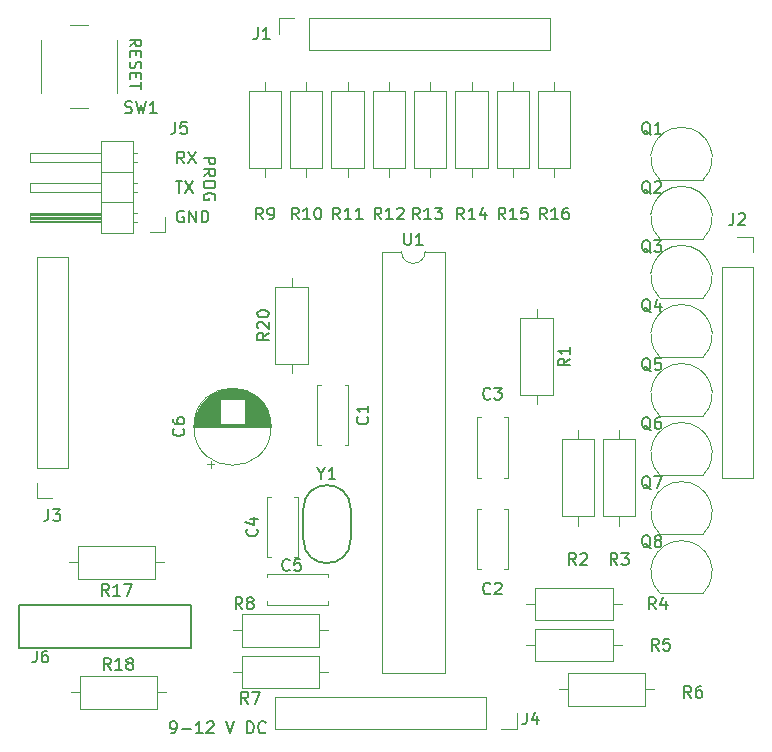
<source format=gbr>
%TF.GenerationSoftware,KiCad,Pcbnew,(5.1.6)-1*%
%TF.CreationDate,2020-05-26T20:54:03-04:00*%
%TF.ProjectId,ArduinoLife2-CPU,41726475-696e-46f4-9c69-6665322d4350,rev?*%
%TF.SameCoordinates,Original*%
%TF.FileFunction,Legend,Top*%
%TF.FilePolarity,Positive*%
%FSLAX46Y46*%
G04 Gerber Fmt 4.6, Leading zero omitted, Abs format (unit mm)*
G04 Created by KiCad (PCBNEW (5.1.6)-1) date 2020-05-26 20:54:03*
%MOMM*%
%LPD*%
G01*
G04 APERTURE LIST*
%ADD10C,0.150000*%
%ADD11C,0.120000*%
G04 APERTURE END LIST*
D10*
X110942738Y-89452380D02*
X111514166Y-89452380D01*
X111228452Y-90452380D02*
X111228452Y-89452380D01*
X111752261Y-89452380D02*
X112418928Y-90452380D01*
X112418928Y-89452380D02*
X111752261Y-90452380D01*
X111657023Y-87952380D02*
X111323690Y-87476190D01*
X111085595Y-87952380D02*
X111085595Y-86952380D01*
X111466547Y-86952380D01*
X111561785Y-87000000D01*
X111609404Y-87047619D01*
X111657023Y-87142857D01*
X111657023Y-87285714D01*
X111609404Y-87380952D01*
X111561785Y-87428571D01*
X111466547Y-87476190D01*
X111085595Y-87476190D01*
X111990357Y-86952380D02*
X112657023Y-87952380D01*
X112657023Y-86952380D02*
X111990357Y-87952380D01*
X111609404Y-92000000D02*
X111514166Y-91952380D01*
X111371309Y-91952380D01*
X111228452Y-92000000D01*
X111133214Y-92095238D01*
X111085595Y-92190476D01*
X111037976Y-92380952D01*
X111037976Y-92523809D01*
X111085595Y-92714285D01*
X111133214Y-92809523D01*
X111228452Y-92904761D01*
X111371309Y-92952380D01*
X111466547Y-92952380D01*
X111609404Y-92904761D01*
X111657023Y-92857142D01*
X111657023Y-92523809D01*
X111466547Y-92523809D01*
X112085595Y-92952380D02*
X112085595Y-91952380D01*
X112657023Y-92952380D01*
X112657023Y-91952380D01*
X113133214Y-92952380D02*
X113133214Y-91952380D01*
X113371309Y-91952380D01*
X113514166Y-92000000D01*
X113609404Y-92095238D01*
X113657023Y-92190476D01*
X113704642Y-92380952D01*
X113704642Y-92523809D01*
X113657023Y-92714285D01*
X113609404Y-92809523D01*
X113514166Y-92904761D01*
X113371309Y-92952380D01*
X113133214Y-92952380D01*
X110547619Y-136202380D02*
X110738095Y-136202380D01*
X110833333Y-136154761D01*
X110880952Y-136107142D01*
X110976190Y-135964285D01*
X111023809Y-135773809D01*
X111023809Y-135392857D01*
X110976190Y-135297619D01*
X110928571Y-135250000D01*
X110833333Y-135202380D01*
X110642857Y-135202380D01*
X110547619Y-135250000D01*
X110500000Y-135297619D01*
X110452380Y-135392857D01*
X110452380Y-135630952D01*
X110500000Y-135726190D01*
X110547619Y-135773809D01*
X110642857Y-135821428D01*
X110833333Y-135821428D01*
X110928571Y-135773809D01*
X110976190Y-135726190D01*
X111023809Y-135630952D01*
X111452380Y-135821428D02*
X112214285Y-135821428D01*
X113214285Y-136202380D02*
X112642857Y-136202380D01*
X112928571Y-136202380D02*
X112928571Y-135202380D01*
X112833333Y-135345238D01*
X112738095Y-135440476D01*
X112642857Y-135488095D01*
X113595238Y-135297619D02*
X113642857Y-135250000D01*
X113738095Y-135202380D01*
X113976190Y-135202380D01*
X114071428Y-135250000D01*
X114119047Y-135297619D01*
X114166666Y-135392857D01*
X114166666Y-135488095D01*
X114119047Y-135630952D01*
X113547619Y-136202380D01*
X114166666Y-136202380D01*
X115214285Y-135202380D02*
X115547619Y-136202380D01*
X115880952Y-135202380D01*
X116976190Y-136202380D02*
X116976190Y-135202380D01*
X117214285Y-135202380D01*
X117357142Y-135250000D01*
X117452380Y-135345238D01*
X117500000Y-135440476D01*
X117547619Y-135630952D01*
X117547619Y-135773809D01*
X117500000Y-135964285D01*
X117452380Y-136059523D01*
X117357142Y-136154761D01*
X117214285Y-136202380D01*
X116976190Y-136202380D01*
X118547619Y-136107142D02*
X118500000Y-136154761D01*
X118357142Y-136202380D01*
X118261904Y-136202380D01*
X118119047Y-136154761D01*
X118023809Y-136059523D01*
X117976190Y-135964285D01*
X117928571Y-135773809D01*
X117928571Y-135630952D01*
X117976190Y-135440476D01*
X118023809Y-135345238D01*
X118119047Y-135250000D01*
X118261904Y-135202380D01*
X118357142Y-135202380D01*
X118500000Y-135250000D01*
X118547619Y-135297619D01*
X113297619Y-87464285D02*
X114297619Y-87464285D01*
X114297619Y-87845238D01*
X114250000Y-87940476D01*
X114202380Y-87988095D01*
X114107142Y-88035714D01*
X113964285Y-88035714D01*
X113869047Y-87988095D01*
X113821428Y-87940476D01*
X113773809Y-87845238D01*
X113773809Y-87464285D01*
X113297619Y-89035714D02*
X113773809Y-88702380D01*
X113297619Y-88464285D02*
X114297619Y-88464285D01*
X114297619Y-88845238D01*
X114250000Y-88940476D01*
X114202380Y-88988095D01*
X114107142Y-89035714D01*
X113964285Y-89035714D01*
X113869047Y-88988095D01*
X113821428Y-88940476D01*
X113773809Y-88845238D01*
X113773809Y-88464285D01*
X114297619Y-89654761D02*
X114297619Y-89845238D01*
X114250000Y-89940476D01*
X114154761Y-90035714D01*
X113964285Y-90083333D01*
X113630952Y-90083333D01*
X113440476Y-90035714D01*
X113345238Y-89940476D01*
X113297619Y-89845238D01*
X113297619Y-89654761D01*
X113345238Y-89559523D01*
X113440476Y-89464285D01*
X113630952Y-89416666D01*
X113964285Y-89416666D01*
X114154761Y-89464285D01*
X114250000Y-89559523D01*
X114297619Y-89654761D01*
X114250000Y-91035714D02*
X114297619Y-90940476D01*
X114297619Y-90797619D01*
X114250000Y-90654761D01*
X114154761Y-90559523D01*
X114059523Y-90511904D01*
X113869047Y-90464285D01*
X113726190Y-90464285D01*
X113535714Y-90511904D01*
X113440476Y-90559523D01*
X113345238Y-90654761D01*
X113297619Y-90797619D01*
X113297619Y-90892857D01*
X113345238Y-91035714D01*
X113392857Y-91083333D01*
X113726190Y-91083333D01*
X113726190Y-90892857D01*
X107047619Y-78047619D02*
X107523809Y-77714285D01*
X107047619Y-77476190D02*
X108047619Y-77476190D01*
X108047619Y-77857142D01*
X108000000Y-77952380D01*
X107952380Y-78000000D01*
X107857142Y-78047619D01*
X107714285Y-78047619D01*
X107619047Y-78000000D01*
X107571428Y-77952380D01*
X107523809Y-77857142D01*
X107523809Y-77476190D01*
X107571428Y-78476190D02*
X107571428Y-78809523D01*
X107047619Y-78952380D02*
X107047619Y-78476190D01*
X108047619Y-78476190D01*
X108047619Y-78952380D01*
X107095238Y-79333333D02*
X107047619Y-79476190D01*
X107047619Y-79714285D01*
X107095238Y-79809523D01*
X107142857Y-79857142D01*
X107238095Y-79904761D01*
X107333333Y-79904761D01*
X107428571Y-79857142D01*
X107476190Y-79809523D01*
X107523809Y-79714285D01*
X107571428Y-79523809D01*
X107619047Y-79428571D01*
X107666666Y-79380952D01*
X107761904Y-79333333D01*
X107857142Y-79333333D01*
X107952380Y-79380952D01*
X108000000Y-79428571D01*
X108047619Y-79523809D01*
X108047619Y-79761904D01*
X108000000Y-79904761D01*
X107571428Y-80333333D02*
X107571428Y-80666666D01*
X107047619Y-80809523D02*
X107047619Y-80333333D01*
X108047619Y-80333333D01*
X108047619Y-80809523D01*
X108047619Y-81095238D02*
X108047619Y-81666666D01*
X107047619Y-81380952D02*
X108047619Y-81380952D01*
%TO.C,J6*%
X112250000Y-128950000D02*
X97700000Y-128950000D01*
X112250000Y-125350000D02*
X97700000Y-125350000D01*
X112250000Y-125350000D02*
X112250000Y-128950000D01*
X97700000Y-125350000D02*
X97700000Y-128950000D01*
D11*
%TO.C,R17*%
X109190000Y-123120000D02*
X109190000Y-120380000D01*
X109190000Y-120380000D02*
X102650000Y-120380000D01*
X102650000Y-120380000D02*
X102650000Y-123120000D01*
X102650000Y-123120000D02*
X109190000Y-123120000D01*
X109960000Y-121750000D02*
X109190000Y-121750000D01*
X101880000Y-121750000D02*
X102650000Y-121750000D01*
%TO.C,R18*%
X110120000Y-132750000D02*
X109350000Y-132750000D01*
X102040000Y-132750000D02*
X102810000Y-132750000D01*
X109350000Y-131380000D02*
X102810000Y-131380000D01*
X109350000Y-134120000D02*
X109350000Y-131380000D01*
X102810000Y-134120000D02*
X109350000Y-134120000D01*
X102810000Y-131380000D02*
X102810000Y-134120000D01*
D10*
%TO.C,Y1*%
X121750000Y-117200000D02*
X121750000Y-119800000D01*
X125750000Y-117200000D02*
X125750000Y-119800000D01*
X121750000Y-117200000D02*
G75*
G02*
X125750000Y-117200000I2000000J0D01*
G01*
X125750000Y-119800000D02*
G75*
G02*
X121750000Y-119800000I-2000000J0D01*
G01*
D11*
%TO.C,R1*%
X141500000Y-108370000D02*
X141500000Y-107600000D01*
X141500000Y-100290000D02*
X141500000Y-101060000D01*
X142870000Y-107600000D02*
X142870000Y-101060000D01*
X140130000Y-107600000D02*
X142870000Y-107600000D01*
X140130000Y-101060000D02*
X140130000Y-107600000D01*
X142870000Y-101060000D02*
X140130000Y-101060000D01*
%TO.C,J5*%
X107310000Y-93830000D02*
X107310000Y-86090000D01*
X107310000Y-86090000D02*
X104650000Y-86090000D01*
X104650000Y-86090000D02*
X104650000Y-93830000D01*
X104650000Y-93830000D02*
X107310000Y-93830000D01*
X104650000Y-92880000D02*
X98650000Y-92880000D01*
X98650000Y-92880000D02*
X98650000Y-92120000D01*
X98650000Y-92120000D02*
X104650000Y-92120000D01*
X104650000Y-92820000D02*
X98650000Y-92820000D01*
X104650000Y-92700000D02*
X98650000Y-92700000D01*
X104650000Y-92580000D02*
X98650000Y-92580000D01*
X104650000Y-92460000D02*
X98650000Y-92460000D01*
X104650000Y-92340000D02*
X98650000Y-92340000D01*
X104650000Y-92220000D02*
X98650000Y-92220000D01*
X107640000Y-92880000D02*
X107310000Y-92880000D01*
X107640000Y-92120000D02*
X107310000Y-92120000D01*
X107310000Y-91230000D02*
X104650000Y-91230000D01*
X104650000Y-90340000D02*
X98650000Y-90340000D01*
X98650000Y-90340000D02*
X98650000Y-89580000D01*
X98650000Y-89580000D02*
X104650000Y-89580000D01*
X107707071Y-90340000D02*
X107310000Y-90340000D01*
X107707071Y-89580000D02*
X107310000Y-89580000D01*
X107310000Y-88690000D02*
X104650000Y-88690000D01*
X104650000Y-87800000D02*
X98650000Y-87800000D01*
X98650000Y-87800000D02*
X98650000Y-87040000D01*
X98650000Y-87040000D02*
X104650000Y-87040000D01*
X107707071Y-87800000D02*
X107310000Y-87800000D01*
X107707071Y-87040000D02*
X107310000Y-87040000D01*
X110020000Y-92500000D02*
X110020000Y-93770000D01*
X110020000Y-93770000D02*
X108750000Y-93770000D01*
%TO.C,C3*%
X136754000Y-114560000D02*
X136440000Y-114560000D01*
X139060000Y-114560000D02*
X138746000Y-114560000D01*
X136754000Y-109440000D02*
X136440000Y-109440000D01*
X139060000Y-109440000D02*
X138746000Y-109440000D01*
X136440000Y-109440000D02*
X136440000Y-114560000D01*
X139060000Y-109440000D02*
X139060000Y-114560000D01*
%TO.C,C1*%
X125560000Y-106690000D02*
X125560000Y-111810000D01*
X122940000Y-106690000D02*
X122940000Y-111810000D01*
X125560000Y-106690000D02*
X125246000Y-106690000D01*
X123254000Y-106690000D02*
X122940000Y-106690000D01*
X125560000Y-111810000D02*
X125246000Y-111810000D01*
X123254000Y-111810000D02*
X122940000Y-111810000D01*
%TO.C,C2*%
X138746000Y-117190000D02*
X139060000Y-117190000D01*
X136440000Y-117190000D02*
X136754000Y-117190000D01*
X138746000Y-122310000D02*
X139060000Y-122310000D01*
X136440000Y-122310000D02*
X136754000Y-122310000D01*
X139060000Y-122310000D02*
X139060000Y-117190000D01*
X136440000Y-122310000D02*
X136440000Y-117190000D01*
%TO.C,C4*%
X120996000Y-116190000D02*
X121310000Y-116190000D01*
X118690000Y-116190000D02*
X119004000Y-116190000D01*
X120996000Y-121310000D02*
X121310000Y-121310000D01*
X118690000Y-121310000D02*
X119004000Y-121310000D01*
X121310000Y-121310000D02*
X121310000Y-116190000D01*
X118690000Y-121310000D02*
X118690000Y-116190000D01*
%TO.C,C5*%
X118690000Y-122690000D02*
X123810000Y-122690000D01*
X118690000Y-125310000D02*
X123810000Y-125310000D01*
X118690000Y-122690000D02*
X118690000Y-123004000D01*
X118690000Y-124996000D02*
X118690000Y-125310000D01*
X123810000Y-122690000D02*
X123810000Y-123004000D01*
X123810000Y-124996000D02*
X123810000Y-125310000D01*
%TO.C,C6*%
X119020000Y-110250000D02*
G75*
G03*
X119020000Y-110250000I-3270000J0D01*
G01*
X112520000Y-110250000D02*
X118980000Y-110250000D01*
X112520000Y-110210000D02*
X118980000Y-110210000D01*
X112520000Y-110170000D02*
X118980000Y-110170000D01*
X112522000Y-110130000D02*
X118978000Y-110130000D01*
X112523000Y-110090000D02*
X118977000Y-110090000D01*
X112526000Y-110050000D02*
X118974000Y-110050000D01*
X112528000Y-110010000D02*
X114710000Y-110010000D01*
X116790000Y-110010000D02*
X118972000Y-110010000D01*
X112532000Y-109970000D02*
X114710000Y-109970000D01*
X116790000Y-109970000D02*
X118968000Y-109970000D01*
X112535000Y-109930000D02*
X114710000Y-109930000D01*
X116790000Y-109930000D02*
X118965000Y-109930000D01*
X112539000Y-109890000D02*
X114710000Y-109890000D01*
X116790000Y-109890000D02*
X118961000Y-109890000D01*
X112544000Y-109850000D02*
X114710000Y-109850000D01*
X116790000Y-109850000D02*
X118956000Y-109850000D01*
X112549000Y-109810000D02*
X114710000Y-109810000D01*
X116790000Y-109810000D02*
X118951000Y-109810000D01*
X112555000Y-109770000D02*
X114710000Y-109770000D01*
X116790000Y-109770000D02*
X118945000Y-109770000D01*
X112561000Y-109730000D02*
X114710000Y-109730000D01*
X116790000Y-109730000D02*
X118939000Y-109730000D01*
X112568000Y-109690000D02*
X114710000Y-109690000D01*
X116790000Y-109690000D02*
X118932000Y-109690000D01*
X112575000Y-109650000D02*
X114710000Y-109650000D01*
X116790000Y-109650000D02*
X118925000Y-109650000D01*
X112583000Y-109610000D02*
X114710000Y-109610000D01*
X116790000Y-109610000D02*
X118917000Y-109610000D01*
X112591000Y-109570000D02*
X114710000Y-109570000D01*
X116790000Y-109570000D02*
X118909000Y-109570000D01*
X112600000Y-109529000D02*
X114710000Y-109529000D01*
X116790000Y-109529000D02*
X118900000Y-109529000D01*
X112609000Y-109489000D02*
X114710000Y-109489000D01*
X116790000Y-109489000D02*
X118891000Y-109489000D01*
X112619000Y-109449000D02*
X114710000Y-109449000D01*
X116790000Y-109449000D02*
X118881000Y-109449000D01*
X112629000Y-109409000D02*
X114710000Y-109409000D01*
X116790000Y-109409000D02*
X118871000Y-109409000D01*
X112640000Y-109369000D02*
X114710000Y-109369000D01*
X116790000Y-109369000D02*
X118860000Y-109369000D01*
X112652000Y-109329000D02*
X114710000Y-109329000D01*
X116790000Y-109329000D02*
X118848000Y-109329000D01*
X112664000Y-109289000D02*
X114710000Y-109289000D01*
X116790000Y-109289000D02*
X118836000Y-109289000D01*
X112676000Y-109249000D02*
X114710000Y-109249000D01*
X116790000Y-109249000D02*
X118824000Y-109249000D01*
X112689000Y-109209000D02*
X114710000Y-109209000D01*
X116790000Y-109209000D02*
X118811000Y-109209000D01*
X112703000Y-109169000D02*
X114710000Y-109169000D01*
X116790000Y-109169000D02*
X118797000Y-109169000D01*
X112717000Y-109129000D02*
X114710000Y-109129000D01*
X116790000Y-109129000D02*
X118783000Y-109129000D01*
X112732000Y-109089000D02*
X114710000Y-109089000D01*
X116790000Y-109089000D02*
X118768000Y-109089000D01*
X112748000Y-109049000D02*
X114710000Y-109049000D01*
X116790000Y-109049000D02*
X118752000Y-109049000D01*
X112764000Y-109009000D02*
X114710000Y-109009000D01*
X116790000Y-109009000D02*
X118736000Y-109009000D01*
X112780000Y-108969000D02*
X114710000Y-108969000D01*
X116790000Y-108969000D02*
X118720000Y-108969000D01*
X112798000Y-108929000D02*
X114710000Y-108929000D01*
X116790000Y-108929000D02*
X118702000Y-108929000D01*
X112816000Y-108889000D02*
X114710000Y-108889000D01*
X116790000Y-108889000D02*
X118684000Y-108889000D01*
X112834000Y-108849000D02*
X114710000Y-108849000D01*
X116790000Y-108849000D02*
X118666000Y-108849000D01*
X112854000Y-108809000D02*
X114710000Y-108809000D01*
X116790000Y-108809000D02*
X118646000Y-108809000D01*
X112874000Y-108769000D02*
X114710000Y-108769000D01*
X116790000Y-108769000D02*
X118626000Y-108769000D01*
X112894000Y-108729000D02*
X114710000Y-108729000D01*
X116790000Y-108729000D02*
X118606000Y-108729000D01*
X112916000Y-108689000D02*
X114710000Y-108689000D01*
X116790000Y-108689000D02*
X118584000Y-108689000D01*
X112938000Y-108649000D02*
X114710000Y-108649000D01*
X116790000Y-108649000D02*
X118562000Y-108649000D01*
X112960000Y-108609000D02*
X114710000Y-108609000D01*
X116790000Y-108609000D02*
X118540000Y-108609000D01*
X112984000Y-108569000D02*
X114710000Y-108569000D01*
X116790000Y-108569000D02*
X118516000Y-108569000D01*
X113008000Y-108529000D02*
X114710000Y-108529000D01*
X116790000Y-108529000D02*
X118492000Y-108529000D01*
X113034000Y-108489000D02*
X114710000Y-108489000D01*
X116790000Y-108489000D02*
X118466000Y-108489000D01*
X113060000Y-108449000D02*
X114710000Y-108449000D01*
X116790000Y-108449000D02*
X118440000Y-108449000D01*
X113086000Y-108409000D02*
X114710000Y-108409000D01*
X116790000Y-108409000D02*
X118414000Y-108409000D01*
X113114000Y-108369000D02*
X114710000Y-108369000D01*
X116790000Y-108369000D02*
X118386000Y-108369000D01*
X113143000Y-108329000D02*
X114710000Y-108329000D01*
X116790000Y-108329000D02*
X118357000Y-108329000D01*
X113172000Y-108289000D02*
X114710000Y-108289000D01*
X116790000Y-108289000D02*
X118328000Y-108289000D01*
X113202000Y-108249000D02*
X114710000Y-108249000D01*
X116790000Y-108249000D02*
X118298000Y-108249000D01*
X113234000Y-108209000D02*
X114710000Y-108209000D01*
X116790000Y-108209000D02*
X118266000Y-108209000D01*
X113266000Y-108169000D02*
X114710000Y-108169000D01*
X116790000Y-108169000D02*
X118234000Y-108169000D01*
X113300000Y-108129000D02*
X114710000Y-108129000D01*
X116790000Y-108129000D02*
X118200000Y-108129000D01*
X113334000Y-108089000D02*
X114710000Y-108089000D01*
X116790000Y-108089000D02*
X118166000Y-108089000D01*
X113370000Y-108049000D02*
X114710000Y-108049000D01*
X116790000Y-108049000D02*
X118130000Y-108049000D01*
X113407000Y-108009000D02*
X114710000Y-108009000D01*
X116790000Y-108009000D02*
X118093000Y-108009000D01*
X113445000Y-107969000D02*
X114710000Y-107969000D01*
X116790000Y-107969000D02*
X118055000Y-107969000D01*
X113485000Y-107929000D02*
X118015000Y-107929000D01*
X113526000Y-107889000D02*
X117974000Y-107889000D01*
X113568000Y-107849000D02*
X117932000Y-107849000D01*
X113613000Y-107809000D02*
X117887000Y-107809000D01*
X113658000Y-107769000D02*
X117842000Y-107769000D01*
X113706000Y-107729000D02*
X117794000Y-107729000D01*
X113755000Y-107689000D02*
X117745000Y-107689000D01*
X113806000Y-107649000D02*
X117694000Y-107649000D01*
X113860000Y-107609000D02*
X117640000Y-107609000D01*
X113916000Y-107569000D02*
X117584000Y-107569000D01*
X113974000Y-107529000D02*
X117526000Y-107529000D01*
X114036000Y-107489000D02*
X117464000Y-107489000D01*
X114100000Y-107449000D02*
X117400000Y-107449000D01*
X114169000Y-107409000D02*
X117331000Y-107409000D01*
X114241000Y-107369000D02*
X117259000Y-107369000D01*
X114318000Y-107329000D02*
X117182000Y-107329000D01*
X114400000Y-107289000D02*
X117100000Y-107289000D01*
X114488000Y-107249000D02*
X117012000Y-107249000D01*
X114585000Y-107209000D02*
X116915000Y-107209000D01*
X114691000Y-107169000D02*
X116809000Y-107169000D01*
X114810000Y-107129000D02*
X116690000Y-107129000D01*
X114948000Y-107089000D02*
X116552000Y-107089000D01*
X115117000Y-107049000D02*
X116383000Y-107049000D01*
X115348000Y-107009000D02*
X116152000Y-107009000D01*
X113911000Y-113750241D02*
X113911000Y-113120241D01*
X113596000Y-113435241D02*
X114226000Y-113435241D01*
%TO.C,R20*%
X119380000Y-104940000D02*
X122120000Y-104940000D01*
X122120000Y-104940000D02*
X122120000Y-98400000D01*
X122120000Y-98400000D02*
X119380000Y-98400000D01*
X119380000Y-98400000D02*
X119380000Y-104940000D01*
X120750000Y-105710000D02*
X120750000Y-104940000D01*
X120750000Y-97630000D02*
X120750000Y-98400000D01*
%TO.C,SW1*%
X99500000Y-77500000D02*
X99500000Y-82000000D01*
X103500000Y-76250000D02*
X102000000Y-76250000D01*
X106000000Y-82000000D02*
X106000000Y-77500000D01*
X102000000Y-83250000D02*
X103500000Y-83250000D01*
%TO.C,U1*%
X130060000Y-95420000D02*
X128410000Y-95420000D01*
X128410000Y-95420000D02*
X128410000Y-131100000D01*
X128410000Y-131100000D02*
X133710000Y-131100000D01*
X133710000Y-131100000D02*
X133710000Y-95420000D01*
X133710000Y-95420000D02*
X132060000Y-95420000D01*
X132060000Y-95420000D02*
G75*
G02*
X130060000Y-95420000I-1000000J0D01*
G01*
%TO.C,J1*%
X119670000Y-77000000D02*
X119670000Y-75670000D01*
X119670000Y-75670000D02*
X121000000Y-75670000D01*
X122270000Y-75670000D02*
X142650000Y-75670000D01*
X142650000Y-78330000D02*
X142650000Y-75670000D01*
X122270000Y-78330000D02*
X142650000Y-78330000D01*
X122270000Y-78330000D02*
X122270000Y-75670000D01*
%TO.C,J2*%
X158500000Y-94170000D02*
X159830000Y-94170000D01*
X159830000Y-94170000D02*
X159830000Y-95500000D01*
X159830000Y-96770000D02*
X159830000Y-114610000D01*
X157170000Y-114610000D02*
X159830000Y-114610000D01*
X157170000Y-96770000D02*
X157170000Y-114610000D01*
X157170000Y-96770000D02*
X159830000Y-96770000D01*
%TO.C,J3*%
X100500000Y-116330000D02*
X99170000Y-116330000D01*
X99170000Y-116330000D02*
X99170000Y-115000000D01*
X99170000Y-113730000D02*
X99170000Y-95890000D01*
X101830000Y-95890000D02*
X99170000Y-95890000D01*
X101830000Y-113730000D02*
X101830000Y-95890000D01*
X101830000Y-113730000D02*
X99170000Y-113730000D01*
%TO.C,J4*%
X137230000Y-133170000D02*
X137230000Y-135830000D01*
X137230000Y-133170000D02*
X119390000Y-133170000D01*
X119390000Y-133170000D02*
X119390000Y-135830000D01*
X137230000Y-135830000D02*
X119390000Y-135830000D01*
X139830000Y-135830000D02*
X138500000Y-135830000D01*
X139830000Y-134500000D02*
X139830000Y-135830000D01*
%TO.C,Q1*%
X151970000Y-89350000D02*
X155570000Y-89350000D01*
X155608478Y-89338478D02*
G75*
G03*
X153770000Y-84900000I-1838478J1838478D01*
G01*
X151931522Y-89338478D02*
G75*
G02*
X153770000Y-84900000I1838478J1838478D01*
G01*
%TO.C,Q2*%
X151970000Y-94350000D02*
X155570000Y-94350000D01*
X155608478Y-94338478D02*
G75*
G03*
X153770000Y-89900000I-1838478J1838478D01*
G01*
X151931522Y-94338478D02*
G75*
G02*
X153770000Y-89900000I1838478J1838478D01*
G01*
%TO.C,Q3*%
X151970000Y-99350000D02*
X155570000Y-99350000D01*
X151931522Y-99338478D02*
G75*
G02*
X153770000Y-94900000I1838478J1838478D01*
G01*
X155608478Y-99338478D02*
G75*
G03*
X153770000Y-94900000I-1838478J1838478D01*
G01*
%TO.C,Q4*%
X151970000Y-104350000D02*
X155570000Y-104350000D01*
X151931522Y-104338478D02*
G75*
G02*
X153770000Y-99900000I1838478J1838478D01*
G01*
X155608478Y-104338478D02*
G75*
G03*
X153770000Y-99900000I-1838478J1838478D01*
G01*
%TO.C,Q5*%
X151970000Y-109350000D02*
X155570000Y-109350000D01*
X155608478Y-109338478D02*
G75*
G03*
X153770000Y-104900000I-1838478J1838478D01*
G01*
X151931522Y-109338478D02*
G75*
G02*
X153770000Y-104900000I1838478J1838478D01*
G01*
%TO.C,Q6*%
X151970000Y-114350000D02*
X155570000Y-114350000D01*
X155608478Y-114338478D02*
G75*
G03*
X153770000Y-109900000I-1838478J1838478D01*
G01*
X151931522Y-114338478D02*
G75*
G02*
X153770000Y-109900000I1838478J1838478D01*
G01*
%TO.C,Q7*%
X151970000Y-119350000D02*
X155570000Y-119350000D01*
X151931522Y-119338478D02*
G75*
G02*
X153770000Y-114900000I1838478J1838478D01*
G01*
X155608478Y-119338478D02*
G75*
G03*
X153770000Y-114900000I-1838478J1838478D01*
G01*
%TO.C,Q8*%
X151970000Y-124350000D02*
X155570000Y-124350000D01*
X151931522Y-124338478D02*
G75*
G02*
X153770000Y-119900000I1838478J1838478D01*
G01*
X155608478Y-124338478D02*
G75*
G03*
X153770000Y-119900000I-1838478J1838478D01*
G01*
%TO.C,R2*%
X145000000Y-118620000D02*
X145000000Y-117850000D01*
X145000000Y-110540000D02*
X145000000Y-111310000D01*
X146370000Y-117850000D02*
X146370000Y-111310000D01*
X143630000Y-117850000D02*
X146370000Y-117850000D01*
X143630000Y-111310000D02*
X143630000Y-117850000D01*
X146370000Y-111310000D02*
X143630000Y-111310000D01*
%TO.C,R3*%
X149870000Y-111310000D02*
X147130000Y-111310000D01*
X147130000Y-111310000D02*
X147130000Y-117850000D01*
X147130000Y-117850000D02*
X149870000Y-117850000D01*
X149870000Y-117850000D02*
X149870000Y-111310000D01*
X148500000Y-110540000D02*
X148500000Y-111310000D01*
X148500000Y-118620000D02*
X148500000Y-117850000D01*
%TO.C,R4*%
X147940000Y-126620000D02*
X147940000Y-123880000D01*
X147940000Y-123880000D02*
X141400000Y-123880000D01*
X141400000Y-123880000D02*
X141400000Y-126620000D01*
X141400000Y-126620000D02*
X147940000Y-126620000D01*
X148710000Y-125250000D02*
X147940000Y-125250000D01*
X140630000Y-125250000D02*
X141400000Y-125250000D01*
%TO.C,R5*%
X140630000Y-128750000D02*
X141400000Y-128750000D01*
X148710000Y-128750000D02*
X147940000Y-128750000D01*
X141400000Y-130120000D02*
X147940000Y-130120000D01*
X141400000Y-127380000D02*
X141400000Y-130120000D01*
X147940000Y-127380000D02*
X141400000Y-127380000D01*
X147940000Y-130120000D02*
X147940000Y-127380000D01*
%TO.C,R6*%
X143380000Y-132500000D02*
X144150000Y-132500000D01*
X151460000Y-132500000D02*
X150690000Y-132500000D01*
X144150000Y-133870000D02*
X150690000Y-133870000D01*
X144150000Y-131130000D02*
X144150000Y-133870000D01*
X150690000Y-131130000D02*
X144150000Y-131130000D01*
X150690000Y-133870000D02*
X150690000Y-131130000D01*
%TO.C,R7*%
X116560000Y-129630000D02*
X116560000Y-132370000D01*
X116560000Y-132370000D02*
X123100000Y-132370000D01*
X123100000Y-132370000D02*
X123100000Y-129630000D01*
X123100000Y-129630000D02*
X116560000Y-129630000D01*
X115790000Y-131000000D02*
X116560000Y-131000000D01*
X123870000Y-131000000D02*
X123100000Y-131000000D01*
%TO.C,R8*%
X116560000Y-126130000D02*
X116560000Y-128870000D01*
X116560000Y-128870000D02*
X123100000Y-128870000D01*
X123100000Y-128870000D02*
X123100000Y-126130000D01*
X123100000Y-126130000D02*
X116560000Y-126130000D01*
X115790000Y-127500000D02*
X116560000Y-127500000D01*
X123870000Y-127500000D02*
X123100000Y-127500000D01*
%TO.C,R9*%
X119870000Y-81810000D02*
X117130000Y-81810000D01*
X117130000Y-81810000D02*
X117130000Y-88350000D01*
X117130000Y-88350000D02*
X119870000Y-88350000D01*
X119870000Y-88350000D02*
X119870000Y-81810000D01*
X118500000Y-81040000D02*
X118500000Y-81810000D01*
X118500000Y-89120000D02*
X118500000Y-88350000D01*
%TO.C,R10*%
X122000000Y-89120000D02*
X122000000Y-88350000D01*
X122000000Y-81040000D02*
X122000000Y-81810000D01*
X123370000Y-88350000D02*
X123370000Y-81810000D01*
X120630000Y-88350000D02*
X123370000Y-88350000D01*
X120630000Y-81810000D02*
X120630000Y-88350000D01*
X123370000Y-81810000D02*
X120630000Y-81810000D01*
%TO.C,R11*%
X126870000Y-81810000D02*
X124130000Y-81810000D01*
X124130000Y-81810000D02*
X124130000Y-88350000D01*
X124130000Y-88350000D02*
X126870000Y-88350000D01*
X126870000Y-88350000D02*
X126870000Y-81810000D01*
X125500000Y-81040000D02*
X125500000Y-81810000D01*
X125500000Y-89120000D02*
X125500000Y-88350000D01*
%TO.C,R12*%
X129000000Y-89120000D02*
X129000000Y-88350000D01*
X129000000Y-81040000D02*
X129000000Y-81810000D01*
X130370000Y-88350000D02*
X130370000Y-81810000D01*
X127630000Y-88350000D02*
X130370000Y-88350000D01*
X127630000Y-81810000D02*
X127630000Y-88350000D01*
X130370000Y-81810000D02*
X127630000Y-81810000D01*
%TO.C,R13*%
X132500000Y-89120000D02*
X132500000Y-88350000D01*
X132500000Y-81040000D02*
X132500000Y-81810000D01*
X133870000Y-88350000D02*
X133870000Y-81810000D01*
X131130000Y-88350000D02*
X133870000Y-88350000D01*
X131130000Y-81810000D02*
X131130000Y-88350000D01*
X133870000Y-81810000D02*
X131130000Y-81810000D01*
%TO.C,R14*%
X137370000Y-81810000D02*
X134630000Y-81810000D01*
X134630000Y-81810000D02*
X134630000Y-88350000D01*
X134630000Y-88350000D02*
X137370000Y-88350000D01*
X137370000Y-88350000D02*
X137370000Y-81810000D01*
X136000000Y-81040000D02*
X136000000Y-81810000D01*
X136000000Y-89120000D02*
X136000000Y-88350000D01*
%TO.C,R15*%
X139500000Y-89120000D02*
X139500000Y-88350000D01*
X139500000Y-81040000D02*
X139500000Y-81810000D01*
X140870000Y-88350000D02*
X140870000Y-81810000D01*
X138130000Y-88350000D02*
X140870000Y-88350000D01*
X138130000Y-81810000D02*
X138130000Y-88350000D01*
X140870000Y-81810000D02*
X138130000Y-81810000D01*
%TO.C,R16*%
X144370000Y-81810000D02*
X141630000Y-81810000D01*
X141630000Y-81810000D02*
X141630000Y-88350000D01*
X141630000Y-88350000D02*
X144370000Y-88350000D01*
X144370000Y-88350000D02*
X144370000Y-81810000D01*
X143000000Y-81040000D02*
X143000000Y-81810000D01*
X143000000Y-89120000D02*
X143000000Y-88350000D01*
%TO.C,J6*%
D10*
X99166666Y-129202380D02*
X99166666Y-129916666D01*
X99119047Y-130059523D01*
X99023809Y-130154761D01*
X98880952Y-130202380D01*
X98785714Y-130202380D01*
X100071428Y-129202380D02*
X99880952Y-129202380D01*
X99785714Y-129250000D01*
X99738095Y-129297619D01*
X99642857Y-129440476D01*
X99595238Y-129630952D01*
X99595238Y-130011904D01*
X99642857Y-130107142D01*
X99690476Y-130154761D01*
X99785714Y-130202380D01*
X99976190Y-130202380D01*
X100071428Y-130154761D01*
X100119047Y-130107142D01*
X100166666Y-130011904D01*
X100166666Y-129773809D01*
X100119047Y-129678571D01*
X100071428Y-129630952D01*
X99976190Y-129583333D01*
X99785714Y-129583333D01*
X99690476Y-129630952D01*
X99642857Y-129678571D01*
X99595238Y-129773809D01*
%TO.C,R17*%
X105277142Y-124572380D02*
X104943809Y-124096190D01*
X104705714Y-124572380D02*
X104705714Y-123572380D01*
X105086666Y-123572380D01*
X105181904Y-123620000D01*
X105229523Y-123667619D01*
X105277142Y-123762857D01*
X105277142Y-123905714D01*
X105229523Y-124000952D01*
X105181904Y-124048571D01*
X105086666Y-124096190D01*
X104705714Y-124096190D01*
X106229523Y-124572380D02*
X105658095Y-124572380D01*
X105943809Y-124572380D02*
X105943809Y-123572380D01*
X105848571Y-123715238D01*
X105753333Y-123810476D01*
X105658095Y-123858095D01*
X106562857Y-123572380D02*
X107229523Y-123572380D01*
X106800952Y-124572380D01*
%TO.C,R18*%
X105437142Y-130832380D02*
X105103809Y-130356190D01*
X104865714Y-130832380D02*
X104865714Y-129832380D01*
X105246666Y-129832380D01*
X105341904Y-129880000D01*
X105389523Y-129927619D01*
X105437142Y-130022857D01*
X105437142Y-130165714D01*
X105389523Y-130260952D01*
X105341904Y-130308571D01*
X105246666Y-130356190D01*
X104865714Y-130356190D01*
X106389523Y-130832380D02*
X105818095Y-130832380D01*
X106103809Y-130832380D02*
X106103809Y-129832380D01*
X106008571Y-129975238D01*
X105913333Y-130070476D01*
X105818095Y-130118095D01*
X106960952Y-130260952D02*
X106865714Y-130213333D01*
X106818095Y-130165714D01*
X106770476Y-130070476D01*
X106770476Y-130022857D01*
X106818095Y-129927619D01*
X106865714Y-129880000D01*
X106960952Y-129832380D01*
X107151428Y-129832380D01*
X107246666Y-129880000D01*
X107294285Y-129927619D01*
X107341904Y-130022857D01*
X107341904Y-130070476D01*
X107294285Y-130165714D01*
X107246666Y-130213333D01*
X107151428Y-130260952D01*
X106960952Y-130260952D01*
X106865714Y-130308571D01*
X106818095Y-130356190D01*
X106770476Y-130451428D01*
X106770476Y-130641904D01*
X106818095Y-130737142D01*
X106865714Y-130784761D01*
X106960952Y-130832380D01*
X107151428Y-130832380D01*
X107246666Y-130784761D01*
X107294285Y-130737142D01*
X107341904Y-130641904D01*
X107341904Y-130451428D01*
X107294285Y-130356190D01*
X107246666Y-130308571D01*
X107151428Y-130260952D01*
%TO.C,Y1*%
X123273809Y-114226190D02*
X123273809Y-114702380D01*
X122940476Y-113702380D02*
X123273809Y-114226190D01*
X123607142Y-113702380D01*
X124464285Y-114702380D02*
X123892857Y-114702380D01*
X124178571Y-114702380D02*
X124178571Y-113702380D01*
X124083333Y-113845238D01*
X123988095Y-113940476D01*
X123892857Y-113988095D01*
%TO.C,R1*%
X144322380Y-104496666D02*
X143846190Y-104830000D01*
X144322380Y-105068095D02*
X143322380Y-105068095D01*
X143322380Y-104687142D01*
X143370000Y-104591904D01*
X143417619Y-104544285D01*
X143512857Y-104496666D01*
X143655714Y-104496666D01*
X143750952Y-104544285D01*
X143798571Y-104591904D01*
X143846190Y-104687142D01*
X143846190Y-105068095D01*
X144322380Y-103544285D02*
X144322380Y-104115714D01*
X144322380Y-103830000D02*
X143322380Y-103830000D01*
X143465238Y-103925238D01*
X143560476Y-104020476D01*
X143608095Y-104115714D01*
%TO.C,J5*%
X110916666Y-84452380D02*
X110916666Y-85166666D01*
X110869047Y-85309523D01*
X110773809Y-85404761D01*
X110630952Y-85452380D01*
X110535714Y-85452380D01*
X111869047Y-84452380D02*
X111392857Y-84452380D01*
X111345238Y-84928571D01*
X111392857Y-84880952D01*
X111488095Y-84833333D01*
X111726190Y-84833333D01*
X111821428Y-84880952D01*
X111869047Y-84928571D01*
X111916666Y-85023809D01*
X111916666Y-85261904D01*
X111869047Y-85357142D01*
X111821428Y-85404761D01*
X111726190Y-85452380D01*
X111488095Y-85452380D01*
X111392857Y-85404761D01*
X111345238Y-85357142D01*
%TO.C,C3*%
X137583333Y-107857142D02*
X137535714Y-107904761D01*
X137392857Y-107952380D01*
X137297619Y-107952380D01*
X137154761Y-107904761D01*
X137059523Y-107809523D01*
X137011904Y-107714285D01*
X136964285Y-107523809D01*
X136964285Y-107380952D01*
X137011904Y-107190476D01*
X137059523Y-107095238D01*
X137154761Y-107000000D01*
X137297619Y-106952380D01*
X137392857Y-106952380D01*
X137535714Y-107000000D01*
X137583333Y-107047619D01*
X137916666Y-106952380D02*
X138535714Y-106952380D01*
X138202380Y-107333333D01*
X138345238Y-107333333D01*
X138440476Y-107380952D01*
X138488095Y-107428571D01*
X138535714Y-107523809D01*
X138535714Y-107761904D01*
X138488095Y-107857142D01*
X138440476Y-107904761D01*
X138345238Y-107952380D01*
X138059523Y-107952380D01*
X137964285Y-107904761D01*
X137916666Y-107857142D01*
%TO.C,C1*%
X127167142Y-109416666D02*
X127214761Y-109464285D01*
X127262380Y-109607142D01*
X127262380Y-109702380D01*
X127214761Y-109845238D01*
X127119523Y-109940476D01*
X127024285Y-109988095D01*
X126833809Y-110035714D01*
X126690952Y-110035714D01*
X126500476Y-109988095D01*
X126405238Y-109940476D01*
X126310000Y-109845238D01*
X126262380Y-109702380D01*
X126262380Y-109607142D01*
X126310000Y-109464285D01*
X126357619Y-109416666D01*
X127262380Y-108464285D02*
X127262380Y-109035714D01*
X127262380Y-108750000D02*
X126262380Y-108750000D01*
X126405238Y-108845238D01*
X126500476Y-108940476D01*
X126548095Y-109035714D01*
%TO.C,C2*%
X137583333Y-124357142D02*
X137535714Y-124404761D01*
X137392857Y-124452380D01*
X137297619Y-124452380D01*
X137154761Y-124404761D01*
X137059523Y-124309523D01*
X137011904Y-124214285D01*
X136964285Y-124023809D01*
X136964285Y-123880952D01*
X137011904Y-123690476D01*
X137059523Y-123595238D01*
X137154761Y-123500000D01*
X137297619Y-123452380D01*
X137392857Y-123452380D01*
X137535714Y-123500000D01*
X137583333Y-123547619D01*
X137964285Y-123547619D02*
X138011904Y-123500000D01*
X138107142Y-123452380D01*
X138345238Y-123452380D01*
X138440476Y-123500000D01*
X138488095Y-123547619D01*
X138535714Y-123642857D01*
X138535714Y-123738095D01*
X138488095Y-123880952D01*
X137916666Y-124452380D01*
X138535714Y-124452380D01*
%TO.C,C4*%
X117797142Y-118916666D02*
X117844761Y-118964285D01*
X117892380Y-119107142D01*
X117892380Y-119202380D01*
X117844761Y-119345238D01*
X117749523Y-119440476D01*
X117654285Y-119488095D01*
X117463809Y-119535714D01*
X117320952Y-119535714D01*
X117130476Y-119488095D01*
X117035238Y-119440476D01*
X116940000Y-119345238D01*
X116892380Y-119202380D01*
X116892380Y-119107142D01*
X116940000Y-118964285D01*
X116987619Y-118916666D01*
X117225714Y-118059523D02*
X117892380Y-118059523D01*
X116844761Y-118297619D02*
X117559047Y-118535714D01*
X117559047Y-117916666D01*
%TO.C,C5*%
X120583333Y-122357142D02*
X120535714Y-122404761D01*
X120392857Y-122452380D01*
X120297619Y-122452380D01*
X120154761Y-122404761D01*
X120059523Y-122309523D01*
X120011904Y-122214285D01*
X119964285Y-122023809D01*
X119964285Y-121880952D01*
X120011904Y-121690476D01*
X120059523Y-121595238D01*
X120154761Y-121500000D01*
X120297619Y-121452380D01*
X120392857Y-121452380D01*
X120535714Y-121500000D01*
X120583333Y-121547619D01*
X121488095Y-121452380D02*
X121011904Y-121452380D01*
X120964285Y-121928571D01*
X121011904Y-121880952D01*
X121107142Y-121833333D01*
X121345238Y-121833333D01*
X121440476Y-121880952D01*
X121488095Y-121928571D01*
X121535714Y-122023809D01*
X121535714Y-122261904D01*
X121488095Y-122357142D01*
X121440476Y-122404761D01*
X121345238Y-122452380D01*
X121107142Y-122452380D01*
X121011904Y-122404761D01*
X120964285Y-122357142D01*
%TO.C,C6*%
X111587142Y-110416666D02*
X111634761Y-110464285D01*
X111682380Y-110607142D01*
X111682380Y-110702380D01*
X111634761Y-110845238D01*
X111539523Y-110940476D01*
X111444285Y-110988095D01*
X111253809Y-111035714D01*
X111110952Y-111035714D01*
X110920476Y-110988095D01*
X110825238Y-110940476D01*
X110730000Y-110845238D01*
X110682380Y-110702380D01*
X110682380Y-110607142D01*
X110730000Y-110464285D01*
X110777619Y-110416666D01*
X110682380Y-109559523D02*
X110682380Y-109750000D01*
X110730000Y-109845238D01*
X110777619Y-109892857D01*
X110920476Y-109988095D01*
X111110952Y-110035714D01*
X111491904Y-110035714D01*
X111587142Y-109988095D01*
X111634761Y-109940476D01*
X111682380Y-109845238D01*
X111682380Y-109654761D01*
X111634761Y-109559523D01*
X111587142Y-109511904D01*
X111491904Y-109464285D01*
X111253809Y-109464285D01*
X111158571Y-109511904D01*
X111110952Y-109559523D01*
X111063333Y-109654761D01*
X111063333Y-109845238D01*
X111110952Y-109940476D01*
X111158571Y-109988095D01*
X111253809Y-110035714D01*
%TO.C,R20*%
X118832380Y-102312857D02*
X118356190Y-102646190D01*
X118832380Y-102884285D02*
X117832380Y-102884285D01*
X117832380Y-102503333D01*
X117880000Y-102408095D01*
X117927619Y-102360476D01*
X118022857Y-102312857D01*
X118165714Y-102312857D01*
X118260952Y-102360476D01*
X118308571Y-102408095D01*
X118356190Y-102503333D01*
X118356190Y-102884285D01*
X117927619Y-101931904D02*
X117880000Y-101884285D01*
X117832380Y-101789047D01*
X117832380Y-101550952D01*
X117880000Y-101455714D01*
X117927619Y-101408095D01*
X118022857Y-101360476D01*
X118118095Y-101360476D01*
X118260952Y-101408095D01*
X118832380Y-101979523D01*
X118832380Y-101360476D01*
X117832380Y-100741428D02*
X117832380Y-100646190D01*
X117880000Y-100550952D01*
X117927619Y-100503333D01*
X118022857Y-100455714D01*
X118213333Y-100408095D01*
X118451428Y-100408095D01*
X118641904Y-100455714D01*
X118737142Y-100503333D01*
X118784761Y-100550952D01*
X118832380Y-100646190D01*
X118832380Y-100741428D01*
X118784761Y-100836666D01*
X118737142Y-100884285D01*
X118641904Y-100931904D01*
X118451428Y-100979523D01*
X118213333Y-100979523D01*
X118022857Y-100931904D01*
X117927619Y-100884285D01*
X117880000Y-100836666D01*
X117832380Y-100741428D01*
%TO.C,SW1*%
X106666666Y-83654761D02*
X106809523Y-83702380D01*
X107047619Y-83702380D01*
X107142857Y-83654761D01*
X107190476Y-83607142D01*
X107238095Y-83511904D01*
X107238095Y-83416666D01*
X107190476Y-83321428D01*
X107142857Y-83273809D01*
X107047619Y-83226190D01*
X106857142Y-83178571D01*
X106761904Y-83130952D01*
X106714285Y-83083333D01*
X106666666Y-82988095D01*
X106666666Y-82892857D01*
X106714285Y-82797619D01*
X106761904Y-82750000D01*
X106857142Y-82702380D01*
X107095238Y-82702380D01*
X107238095Y-82750000D01*
X107571428Y-82702380D02*
X107809523Y-83702380D01*
X108000000Y-82988095D01*
X108190476Y-83702380D01*
X108428571Y-82702380D01*
X109333333Y-83702380D02*
X108761904Y-83702380D01*
X109047619Y-83702380D02*
X109047619Y-82702380D01*
X108952380Y-82845238D01*
X108857142Y-82940476D01*
X108761904Y-82988095D01*
%TO.C,U1*%
X130298095Y-93872380D02*
X130298095Y-94681904D01*
X130345714Y-94777142D01*
X130393333Y-94824761D01*
X130488571Y-94872380D01*
X130679047Y-94872380D01*
X130774285Y-94824761D01*
X130821904Y-94777142D01*
X130869523Y-94681904D01*
X130869523Y-93872380D01*
X131869523Y-94872380D02*
X131298095Y-94872380D01*
X131583809Y-94872380D02*
X131583809Y-93872380D01*
X131488571Y-94015238D01*
X131393333Y-94110476D01*
X131298095Y-94158095D01*
%TO.C,J1*%
X117896666Y-76452380D02*
X117896666Y-77166666D01*
X117849047Y-77309523D01*
X117753809Y-77404761D01*
X117610952Y-77452380D01*
X117515714Y-77452380D01*
X118896666Y-77452380D02*
X118325238Y-77452380D01*
X118610952Y-77452380D02*
X118610952Y-76452380D01*
X118515714Y-76595238D01*
X118420476Y-76690476D01*
X118325238Y-76738095D01*
%TO.C,J2*%
X158166666Y-92182380D02*
X158166666Y-92896666D01*
X158119047Y-93039523D01*
X158023809Y-93134761D01*
X157880952Y-93182380D01*
X157785714Y-93182380D01*
X158595238Y-92277619D02*
X158642857Y-92230000D01*
X158738095Y-92182380D01*
X158976190Y-92182380D01*
X159071428Y-92230000D01*
X159119047Y-92277619D01*
X159166666Y-92372857D01*
X159166666Y-92468095D01*
X159119047Y-92610952D01*
X158547619Y-93182380D01*
X159166666Y-93182380D01*
%TO.C,J3*%
X100166666Y-117222380D02*
X100166666Y-117936666D01*
X100119047Y-118079523D01*
X100023809Y-118174761D01*
X99880952Y-118222380D01*
X99785714Y-118222380D01*
X100547619Y-117222380D02*
X101166666Y-117222380D01*
X100833333Y-117603333D01*
X100976190Y-117603333D01*
X101071428Y-117650952D01*
X101119047Y-117698571D01*
X101166666Y-117793809D01*
X101166666Y-118031904D01*
X101119047Y-118127142D01*
X101071428Y-118174761D01*
X100976190Y-118222380D01*
X100690476Y-118222380D01*
X100595238Y-118174761D01*
X100547619Y-118127142D01*
%TO.C,J4*%
X140666666Y-134452380D02*
X140666666Y-135166666D01*
X140619047Y-135309523D01*
X140523809Y-135404761D01*
X140380952Y-135452380D01*
X140285714Y-135452380D01*
X141571428Y-134785714D02*
X141571428Y-135452380D01*
X141333333Y-134404761D02*
X141095238Y-135119047D01*
X141714285Y-135119047D01*
%TO.C,Q1*%
X151154761Y-85547619D02*
X151059523Y-85500000D01*
X150964285Y-85404761D01*
X150821428Y-85261904D01*
X150726190Y-85214285D01*
X150630952Y-85214285D01*
X150678571Y-85452380D02*
X150583333Y-85404761D01*
X150488095Y-85309523D01*
X150440476Y-85119047D01*
X150440476Y-84785714D01*
X150488095Y-84595238D01*
X150583333Y-84500000D01*
X150678571Y-84452380D01*
X150869047Y-84452380D01*
X150964285Y-84500000D01*
X151059523Y-84595238D01*
X151107142Y-84785714D01*
X151107142Y-85119047D01*
X151059523Y-85309523D01*
X150964285Y-85404761D01*
X150869047Y-85452380D01*
X150678571Y-85452380D01*
X152059523Y-85452380D02*
X151488095Y-85452380D01*
X151773809Y-85452380D02*
X151773809Y-84452380D01*
X151678571Y-84595238D01*
X151583333Y-84690476D01*
X151488095Y-84738095D01*
%TO.C,Q2*%
X151154761Y-90547619D02*
X151059523Y-90500000D01*
X150964285Y-90404761D01*
X150821428Y-90261904D01*
X150726190Y-90214285D01*
X150630952Y-90214285D01*
X150678571Y-90452380D02*
X150583333Y-90404761D01*
X150488095Y-90309523D01*
X150440476Y-90119047D01*
X150440476Y-89785714D01*
X150488095Y-89595238D01*
X150583333Y-89500000D01*
X150678571Y-89452380D01*
X150869047Y-89452380D01*
X150964285Y-89500000D01*
X151059523Y-89595238D01*
X151107142Y-89785714D01*
X151107142Y-90119047D01*
X151059523Y-90309523D01*
X150964285Y-90404761D01*
X150869047Y-90452380D01*
X150678571Y-90452380D01*
X151488095Y-89547619D02*
X151535714Y-89500000D01*
X151630952Y-89452380D01*
X151869047Y-89452380D01*
X151964285Y-89500000D01*
X152011904Y-89547619D01*
X152059523Y-89642857D01*
X152059523Y-89738095D01*
X152011904Y-89880952D01*
X151440476Y-90452380D01*
X152059523Y-90452380D01*
%TO.C,Q3*%
X151154761Y-95547619D02*
X151059523Y-95500000D01*
X150964285Y-95404761D01*
X150821428Y-95261904D01*
X150726190Y-95214285D01*
X150630952Y-95214285D01*
X150678571Y-95452380D02*
X150583333Y-95404761D01*
X150488095Y-95309523D01*
X150440476Y-95119047D01*
X150440476Y-94785714D01*
X150488095Y-94595238D01*
X150583333Y-94500000D01*
X150678571Y-94452380D01*
X150869047Y-94452380D01*
X150964285Y-94500000D01*
X151059523Y-94595238D01*
X151107142Y-94785714D01*
X151107142Y-95119047D01*
X151059523Y-95309523D01*
X150964285Y-95404761D01*
X150869047Y-95452380D01*
X150678571Y-95452380D01*
X151440476Y-94452380D02*
X152059523Y-94452380D01*
X151726190Y-94833333D01*
X151869047Y-94833333D01*
X151964285Y-94880952D01*
X152011904Y-94928571D01*
X152059523Y-95023809D01*
X152059523Y-95261904D01*
X152011904Y-95357142D01*
X151964285Y-95404761D01*
X151869047Y-95452380D01*
X151583333Y-95452380D01*
X151488095Y-95404761D01*
X151440476Y-95357142D01*
%TO.C,Q4*%
X151154761Y-100547619D02*
X151059523Y-100500000D01*
X150964285Y-100404761D01*
X150821428Y-100261904D01*
X150726190Y-100214285D01*
X150630952Y-100214285D01*
X150678571Y-100452380D02*
X150583333Y-100404761D01*
X150488095Y-100309523D01*
X150440476Y-100119047D01*
X150440476Y-99785714D01*
X150488095Y-99595238D01*
X150583333Y-99500000D01*
X150678571Y-99452380D01*
X150869047Y-99452380D01*
X150964285Y-99500000D01*
X151059523Y-99595238D01*
X151107142Y-99785714D01*
X151107142Y-100119047D01*
X151059523Y-100309523D01*
X150964285Y-100404761D01*
X150869047Y-100452380D01*
X150678571Y-100452380D01*
X151964285Y-99785714D02*
X151964285Y-100452380D01*
X151726190Y-99404761D02*
X151488095Y-100119047D01*
X152107142Y-100119047D01*
%TO.C,Q5*%
X151154761Y-105547619D02*
X151059523Y-105500000D01*
X150964285Y-105404761D01*
X150821428Y-105261904D01*
X150726190Y-105214285D01*
X150630952Y-105214285D01*
X150678571Y-105452380D02*
X150583333Y-105404761D01*
X150488095Y-105309523D01*
X150440476Y-105119047D01*
X150440476Y-104785714D01*
X150488095Y-104595238D01*
X150583333Y-104500000D01*
X150678571Y-104452380D01*
X150869047Y-104452380D01*
X150964285Y-104500000D01*
X151059523Y-104595238D01*
X151107142Y-104785714D01*
X151107142Y-105119047D01*
X151059523Y-105309523D01*
X150964285Y-105404761D01*
X150869047Y-105452380D01*
X150678571Y-105452380D01*
X152011904Y-104452380D02*
X151535714Y-104452380D01*
X151488095Y-104928571D01*
X151535714Y-104880952D01*
X151630952Y-104833333D01*
X151869047Y-104833333D01*
X151964285Y-104880952D01*
X152011904Y-104928571D01*
X152059523Y-105023809D01*
X152059523Y-105261904D01*
X152011904Y-105357142D01*
X151964285Y-105404761D01*
X151869047Y-105452380D01*
X151630952Y-105452380D01*
X151535714Y-105404761D01*
X151488095Y-105357142D01*
%TO.C,Q6*%
X151154761Y-110547619D02*
X151059523Y-110500000D01*
X150964285Y-110404761D01*
X150821428Y-110261904D01*
X150726190Y-110214285D01*
X150630952Y-110214285D01*
X150678571Y-110452380D02*
X150583333Y-110404761D01*
X150488095Y-110309523D01*
X150440476Y-110119047D01*
X150440476Y-109785714D01*
X150488095Y-109595238D01*
X150583333Y-109500000D01*
X150678571Y-109452380D01*
X150869047Y-109452380D01*
X150964285Y-109500000D01*
X151059523Y-109595238D01*
X151107142Y-109785714D01*
X151107142Y-110119047D01*
X151059523Y-110309523D01*
X150964285Y-110404761D01*
X150869047Y-110452380D01*
X150678571Y-110452380D01*
X151964285Y-109452380D02*
X151773809Y-109452380D01*
X151678571Y-109500000D01*
X151630952Y-109547619D01*
X151535714Y-109690476D01*
X151488095Y-109880952D01*
X151488095Y-110261904D01*
X151535714Y-110357142D01*
X151583333Y-110404761D01*
X151678571Y-110452380D01*
X151869047Y-110452380D01*
X151964285Y-110404761D01*
X152011904Y-110357142D01*
X152059523Y-110261904D01*
X152059523Y-110023809D01*
X152011904Y-109928571D01*
X151964285Y-109880952D01*
X151869047Y-109833333D01*
X151678571Y-109833333D01*
X151583333Y-109880952D01*
X151535714Y-109928571D01*
X151488095Y-110023809D01*
%TO.C,Q7*%
X151154761Y-115547619D02*
X151059523Y-115500000D01*
X150964285Y-115404761D01*
X150821428Y-115261904D01*
X150726190Y-115214285D01*
X150630952Y-115214285D01*
X150678571Y-115452380D02*
X150583333Y-115404761D01*
X150488095Y-115309523D01*
X150440476Y-115119047D01*
X150440476Y-114785714D01*
X150488095Y-114595238D01*
X150583333Y-114500000D01*
X150678571Y-114452380D01*
X150869047Y-114452380D01*
X150964285Y-114500000D01*
X151059523Y-114595238D01*
X151107142Y-114785714D01*
X151107142Y-115119047D01*
X151059523Y-115309523D01*
X150964285Y-115404761D01*
X150869047Y-115452380D01*
X150678571Y-115452380D01*
X151440476Y-114452380D02*
X152107142Y-114452380D01*
X151678571Y-115452380D01*
%TO.C,Q8*%
X151154761Y-120547619D02*
X151059523Y-120500000D01*
X150964285Y-120404761D01*
X150821428Y-120261904D01*
X150726190Y-120214285D01*
X150630952Y-120214285D01*
X150678571Y-120452380D02*
X150583333Y-120404761D01*
X150488095Y-120309523D01*
X150440476Y-120119047D01*
X150440476Y-119785714D01*
X150488095Y-119595238D01*
X150583333Y-119500000D01*
X150678571Y-119452380D01*
X150869047Y-119452380D01*
X150964285Y-119500000D01*
X151059523Y-119595238D01*
X151107142Y-119785714D01*
X151107142Y-120119047D01*
X151059523Y-120309523D01*
X150964285Y-120404761D01*
X150869047Y-120452380D01*
X150678571Y-120452380D01*
X151678571Y-119880952D02*
X151583333Y-119833333D01*
X151535714Y-119785714D01*
X151488095Y-119690476D01*
X151488095Y-119642857D01*
X151535714Y-119547619D01*
X151583333Y-119500000D01*
X151678571Y-119452380D01*
X151869047Y-119452380D01*
X151964285Y-119500000D01*
X152011904Y-119547619D01*
X152059523Y-119642857D01*
X152059523Y-119690476D01*
X152011904Y-119785714D01*
X151964285Y-119833333D01*
X151869047Y-119880952D01*
X151678571Y-119880952D01*
X151583333Y-119928571D01*
X151535714Y-119976190D01*
X151488095Y-120071428D01*
X151488095Y-120261904D01*
X151535714Y-120357142D01*
X151583333Y-120404761D01*
X151678571Y-120452380D01*
X151869047Y-120452380D01*
X151964285Y-120404761D01*
X152011904Y-120357142D01*
X152059523Y-120261904D01*
X152059523Y-120071428D01*
X152011904Y-119976190D01*
X151964285Y-119928571D01*
X151869047Y-119880952D01*
%TO.C,R2*%
X144833333Y-121952380D02*
X144500000Y-121476190D01*
X144261904Y-121952380D02*
X144261904Y-120952380D01*
X144642857Y-120952380D01*
X144738095Y-121000000D01*
X144785714Y-121047619D01*
X144833333Y-121142857D01*
X144833333Y-121285714D01*
X144785714Y-121380952D01*
X144738095Y-121428571D01*
X144642857Y-121476190D01*
X144261904Y-121476190D01*
X145214285Y-121047619D02*
X145261904Y-121000000D01*
X145357142Y-120952380D01*
X145595238Y-120952380D01*
X145690476Y-121000000D01*
X145738095Y-121047619D01*
X145785714Y-121142857D01*
X145785714Y-121238095D01*
X145738095Y-121380952D01*
X145166666Y-121952380D01*
X145785714Y-121952380D01*
%TO.C,R3*%
X148333333Y-121952380D02*
X148000000Y-121476190D01*
X147761904Y-121952380D02*
X147761904Y-120952380D01*
X148142857Y-120952380D01*
X148238095Y-121000000D01*
X148285714Y-121047619D01*
X148333333Y-121142857D01*
X148333333Y-121285714D01*
X148285714Y-121380952D01*
X148238095Y-121428571D01*
X148142857Y-121476190D01*
X147761904Y-121476190D01*
X148666666Y-120952380D02*
X149285714Y-120952380D01*
X148952380Y-121333333D01*
X149095238Y-121333333D01*
X149190476Y-121380952D01*
X149238095Y-121428571D01*
X149285714Y-121523809D01*
X149285714Y-121761904D01*
X149238095Y-121857142D01*
X149190476Y-121904761D01*
X149095238Y-121952380D01*
X148809523Y-121952380D01*
X148714285Y-121904761D01*
X148666666Y-121857142D01*
%TO.C,R4*%
X151583333Y-125702380D02*
X151250000Y-125226190D01*
X151011904Y-125702380D02*
X151011904Y-124702380D01*
X151392857Y-124702380D01*
X151488095Y-124750000D01*
X151535714Y-124797619D01*
X151583333Y-124892857D01*
X151583333Y-125035714D01*
X151535714Y-125130952D01*
X151488095Y-125178571D01*
X151392857Y-125226190D01*
X151011904Y-125226190D01*
X152440476Y-125035714D02*
X152440476Y-125702380D01*
X152202380Y-124654761D02*
X151964285Y-125369047D01*
X152583333Y-125369047D01*
%TO.C,R5*%
X151833333Y-129202380D02*
X151500000Y-128726190D01*
X151261904Y-129202380D02*
X151261904Y-128202380D01*
X151642857Y-128202380D01*
X151738095Y-128250000D01*
X151785714Y-128297619D01*
X151833333Y-128392857D01*
X151833333Y-128535714D01*
X151785714Y-128630952D01*
X151738095Y-128678571D01*
X151642857Y-128726190D01*
X151261904Y-128726190D01*
X152738095Y-128202380D02*
X152261904Y-128202380D01*
X152214285Y-128678571D01*
X152261904Y-128630952D01*
X152357142Y-128583333D01*
X152595238Y-128583333D01*
X152690476Y-128630952D01*
X152738095Y-128678571D01*
X152785714Y-128773809D01*
X152785714Y-129011904D01*
X152738095Y-129107142D01*
X152690476Y-129154761D01*
X152595238Y-129202380D01*
X152357142Y-129202380D01*
X152261904Y-129154761D01*
X152214285Y-129107142D01*
%TO.C,R6*%
X154583333Y-133202380D02*
X154250000Y-132726190D01*
X154011904Y-133202380D02*
X154011904Y-132202380D01*
X154392857Y-132202380D01*
X154488095Y-132250000D01*
X154535714Y-132297619D01*
X154583333Y-132392857D01*
X154583333Y-132535714D01*
X154535714Y-132630952D01*
X154488095Y-132678571D01*
X154392857Y-132726190D01*
X154011904Y-132726190D01*
X155440476Y-132202380D02*
X155250000Y-132202380D01*
X155154761Y-132250000D01*
X155107142Y-132297619D01*
X155011904Y-132440476D01*
X154964285Y-132630952D01*
X154964285Y-133011904D01*
X155011904Y-133107142D01*
X155059523Y-133154761D01*
X155154761Y-133202380D01*
X155345238Y-133202380D01*
X155440476Y-133154761D01*
X155488095Y-133107142D01*
X155535714Y-133011904D01*
X155535714Y-132773809D01*
X155488095Y-132678571D01*
X155440476Y-132630952D01*
X155345238Y-132583333D01*
X155154761Y-132583333D01*
X155059523Y-132630952D01*
X155011904Y-132678571D01*
X154964285Y-132773809D01*
%TO.C,R7*%
X117083333Y-133702380D02*
X116750000Y-133226190D01*
X116511904Y-133702380D02*
X116511904Y-132702380D01*
X116892857Y-132702380D01*
X116988095Y-132750000D01*
X117035714Y-132797619D01*
X117083333Y-132892857D01*
X117083333Y-133035714D01*
X117035714Y-133130952D01*
X116988095Y-133178571D01*
X116892857Y-133226190D01*
X116511904Y-133226190D01*
X117416666Y-132702380D02*
X118083333Y-132702380D01*
X117654761Y-133702380D01*
%TO.C,R8*%
X116583333Y-125702380D02*
X116250000Y-125226190D01*
X116011904Y-125702380D02*
X116011904Y-124702380D01*
X116392857Y-124702380D01*
X116488095Y-124750000D01*
X116535714Y-124797619D01*
X116583333Y-124892857D01*
X116583333Y-125035714D01*
X116535714Y-125130952D01*
X116488095Y-125178571D01*
X116392857Y-125226190D01*
X116011904Y-125226190D01*
X117154761Y-125130952D02*
X117059523Y-125083333D01*
X117011904Y-125035714D01*
X116964285Y-124940476D01*
X116964285Y-124892857D01*
X117011904Y-124797619D01*
X117059523Y-124750000D01*
X117154761Y-124702380D01*
X117345238Y-124702380D01*
X117440476Y-124750000D01*
X117488095Y-124797619D01*
X117535714Y-124892857D01*
X117535714Y-124940476D01*
X117488095Y-125035714D01*
X117440476Y-125083333D01*
X117345238Y-125130952D01*
X117154761Y-125130952D01*
X117059523Y-125178571D01*
X117011904Y-125226190D01*
X116964285Y-125321428D01*
X116964285Y-125511904D01*
X117011904Y-125607142D01*
X117059523Y-125654761D01*
X117154761Y-125702380D01*
X117345238Y-125702380D01*
X117440476Y-125654761D01*
X117488095Y-125607142D01*
X117535714Y-125511904D01*
X117535714Y-125321428D01*
X117488095Y-125226190D01*
X117440476Y-125178571D01*
X117345238Y-125130952D01*
%TO.C,R9*%
X118333333Y-92702380D02*
X118000000Y-92226190D01*
X117761904Y-92702380D02*
X117761904Y-91702380D01*
X118142857Y-91702380D01*
X118238095Y-91750000D01*
X118285714Y-91797619D01*
X118333333Y-91892857D01*
X118333333Y-92035714D01*
X118285714Y-92130952D01*
X118238095Y-92178571D01*
X118142857Y-92226190D01*
X117761904Y-92226190D01*
X118809523Y-92702380D02*
X119000000Y-92702380D01*
X119095238Y-92654761D01*
X119142857Y-92607142D01*
X119238095Y-92464285D01*
X119285714Y-92273809D01*
X119285714Y-91892857D01*
X119238095Y-91797619D01*
X119190476Y-91750000D01*
X119095238Y-91702380D01*
X118904761Y-91702380D01*
X118809523Y-91750000D01*
X118761904Y-91797619D01*
X118714285Y-91892857D01*
X118714285Y-92130952D01*
X118761904Y-92226190D01*
X118809523Y-92273809D01*
X118904761Y-92321428D01*
X119095238Y-92321428D01*
X119190476Y-92273809D01*
X119238095Y-92226190D01*
X119285714Y-92130952D01*
%TO.C,R10*%
X121357142Y-92702380D02*
X121023809Y-92226190D01*
X120785714Y-92702380D02*
X120785714Y-91702380D01*
X121166666Y-91702380D01*
X121261904Y-91750000D01*
X121309523Y-91797619D01*
X121357142Y-91892857D01*
X121357142Y-92035714D01*
X121309523Y-92130952D01*
X121261904Y-92178571D01*
X121166666Y-92226190D01*
X120785714Y-92226190D01*
X122309523Y-92702380D02*
X121738095Y-92702380D01*
X122023809Y-92702380D02*
X122023809Y-91702380D01*
X121928571Y-91845238D01*
X121833333Y-91940476D01*
X121738095Y-91988095D01*
X122928571Y-91702380D02*
X123023809Y-91702380D01*
X123119047Y-91750000D01*
X123166666Y-91797619D01*
X123214285Y-91892857D01*
X123261904Y-92083333D01*
X123261904Y-92321428D01*
X123214285Y-92511904D01*
X123166666Y-92607142D01*
X123119047Y-92654761D01*
X123023809Y-92702380D01*
X122928571Y-92702380D01*
X122833333Y-92654761D01*
X122785714Y-92607142D01*
X122738095Y-92511904D01*
X122690476Y-92321428D01*
X122690476Y-92083333D01*
X122738095Y-91892857D01*
X122785714Y-91797619D01*
X122833333Y-91750000D01*
X122928571Y-91702380D01*
%TO.C,R11*%
X124857142Y-92702380D02*
X124523809Y-92226190D01*
X124285714Y-92702380D02*
X124285714Y-91702380D01*
X124666666Y-91702380D01*
X124761904Y-91750000D01*
X124809523Y-91797619D01*
X124857142Y-91892857D01*
X124857142Y-92035714D01*
X124809523Y-92130952D01*
X124761904Y-92178571D01*
X124666666Y-92226190D01*
X124285714Y-92226190D01*
X125809523Y-92702380D02*
X125238095Y-92702380D01*
X125523809Y-92702380D02*
X125523809Y-91702380D01*
X125428571Y-91845238D01*
X125333333Y-91940476D01*
X125238095Y-91988095D01*
X126761904Y-92702380D02*
X126190476Y-92702380D01*
X126476190Y-92702380D02*
X126476190Y-91702380D01*
X126380952Y-91845238D01*
X126285714Y-91940476D01*
X126190476Y-91988095D01*
%TO.C,R12*%
X128357142Y-92702380D02*
X128023809Y-92226190D01*
X127785714Y-92702380D02*
X127785714Y-91702380D01*
X128166666Y-91702380D01*
X128261904Y-91750000D01*
X128309523Y-91797619D01*
X128357142Y-91892857D01*
X128357142Y-92035714D01*
X128309523Y-92130952D01*
X128261904Y-92178571D01*
X128166666Y-92226190D01*
X127785714Y-92226190D01*
X129309523Y-92702380D02*
X128738095Y-92702380D01*
X129023809Y-92702380D02*
X129023809Y-91702380D01*
X128928571Y-91845238D01*
X128833333Y-91940476D01*
X128738095Y-91988095D01*
X129690476Y-91797619D02*
X129738095Y-91750000D01*
X129833333Y-91702380D01*
X130071428Y-91702380D01*
X130166666Y-91750000D01*
X130214285Y-91797619D01*
X130261904Y-91892857D01*
X130261904Y-91988095D01*
X130214285Y-92130952D01*
X129642857Y-92702380D01*
X130261904Y-92702380D01*
%TO.C,R13*%
X131607142Y-92702380D02*
X131273809Y-92226190D01*
X131035714Y-92702380D02*
X131035714Y-91702380D01*
X131416666Y-91702380D01*
X131511904Y-91750000D01*
X131559523Y-91797619D01*
X131607142Y-91892857D01*
X131607142Y-92035714D01*
X131559523Y-92130952D01*
X131511904Y-92178571D01*
X131416666Y-92226190D01*
X131035714Y-92226190D01*
X132559523Y-92702380D02*
X131988095Y-92702380D01*
X132273809Y-92702380D02*
X132273809Y-91702380D01*
X132178571Y-91845238D01*
X132083333Y-91940476D01*
X131988095Y-91988095D01*
X132892857Y-91702380D02*
X133511904Y-91702380D01*
X133178571Y-92083333D01*
X133321428Y-92083333D01*
X133416666Y-92130952D01*
X133464285Y-92178571D01*
X133511904Y-92273809D01*
X133511904Y-92511904D01*
X133464285Y-92607142D01*
X133416666Y-92654761D01*
X133321428Y-92702380D01*
X133035714Y-92702380D01*
X132940476Y-92654761D01*
X132892857Y-92607142D01*
%TO.C,R14*%
X135357142Y-92702380D02*
X135023809Y-92226190D01*
X134785714Y-92702380D02*
X134785714Y-91702380D01*
X135166666Y-91702380D01*
X135261904Y-91750000D01*
X135309523Y-91797619D01*
X135357142Y-91892857D01*
X135357142Y-92035714D01*
X135309523Y-92130952D01*
X135261904Y-92178571D01*
X135166666Y-92226190D01*
X134785714Y-92226190D01*
X136309523Y-92702380D02*
X135738095Y-92702380D01*
X136023809Y-92702380D02*
X136023809Y-91702380D01*
X135928571Y-91845238D01*
X135833333Y-91940476D01*
X135738095Y-91988095D01*
X137166666Y-92035714D02*
X137166666Y-92702380D01*
X136928571Y-91654761D02*
X136690476Y-92369047D01*
X137309523Y-92369047D01*
%TO.C,R15*%
X138857142Y-92702380D02*
X138523809Y-92226190D01*
X138285714Y-92702380D02*
X138285714Y-91702380D01*
X138666666Y-91702380D01*
X138761904Y-91750000D01*
X138809523Y-91797619D01*
X138857142Y-91892857D01*
X138857142Y-92035714D01*
X138809523Y-92130952D01*
X138761904Y-92178571D01*
X138666666Y-92226190D01*
X138285714Y-92226190D01*
X139809523Y-92702380D02*
X139238095Y-92702380D01*
X139523809Y-92702380D02*
X139523809Y-91702380D01*
X139428571Y-91845238D01*
X139333333Y-91940476D01*
X139238095Y-91988095D01*
X140714285Y-91702380D02*
X140238095Y-91702380D01*
X140190476Y-92178571D01*
X140238095Y-92130952D01*
X140333333Y-92083333D01*
X140571428Y-92083333D01*
X140666666Y-92130952D01*
X140714285Y-92178571D01*
X140761904Y-92273809D01*
X140761904Y-92511904D01*
X140714285Y-92607142D01*
X140666666Y-92654761D01*
X140571428Y-92702380D01*
X140333333Y-92702380D01*
X140238095Y-92654761D01*
X140190476Y-92607142D01*
%TO.C,R16*%
X142357142Y-92702380D02*
X142023809Y-92226190D01*
X141785714Y-92702380D02*
X141785714Y-91702380D01*
X142166666Y-91702380D01*
X142261904Y-91750000D01*
X142309523Y-91797619D01*
X142357142Y-91892857D01*
X142357142Y-92035714D01*
X142309523Y-92130952D01*
X142261904Y-92178571D01*
X142166666Y-92226190D01*
X141785714Y-92226190D01*
X143309523Y-92702380D02*
X142738095Y-92702380D01*
X143023809Y-92702380D02*
X143023809Y-91702380D01*
X142928571Y-91845238D01*
X142833333Y-91940476D01*
X142738095Y-91988095D01*
X144166666Y-91702380D02*
X143976190Y-91702380D01*
X143880952Y-91750000D01*
X143833333Y-91797619D01*
X143738095Y-91940476D01*
X143690476Y-92130952D01*
X143690476Y-92511904D01*
X143738095Y-92607142D01*
X143785714Y-92654761D01*
X143880952Y-92702380D01*
X144071428Y-92702380D01*
X144166666Y-92654761D01*
X144214285Y-92607142D01*
X144261904Y-92511904D01*
X144261904Y-92273809D01*
X144214285Y-92178571D01*
X144166666Y-92130952D01*
X144071428Y-92083333D01*
X143880952Y-92083333D01*
X143785714Y-92130952D01*
X143738095Y-92178571D01*
X143690476Y-92273809D01*
%TD*%
M02*

</source>
